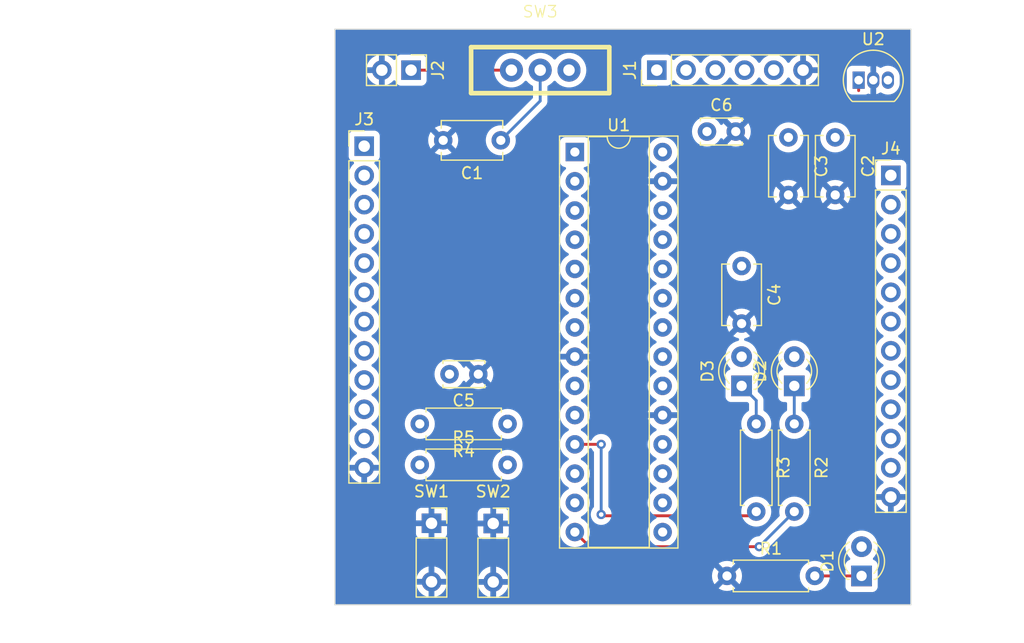
<source format=kicad_pcb>
(kicad_pcb (version 20221018) (generator pcbnew)
  (layers (0 "F.Cu" signal) (31 "B.Cu" signal) (34 "B.Paste" user) (35 "F.Paste" user) (36 "B.SilkS" user "B.Silkscreen") (37 "F.SilkS" user "F.Silkscreen") (38 "B.Mask" user) (39 "F.Mask" user) (44 "Edge.Cuts" user))
  (net 0 "")
  (net 1 "/Vin")
  (net 2 "GND")
  (net 3 "+3.3V")
  (net 4 "Net-(U1-Vcap)")
  (net 5 "Net-(D1-K)")
  (net 6 "Net-(D2-K)")
  (net 7 "Net-(D3-K)")
  (net 9 "/U1TX")
  (net 10 "/U1RX")
  (net 11 "+5V")
  (net 13 "Net-(J2-Pin_1)")
  (net 14 "/A0")
  (net 15 "/A1")
  (net 16 "/B0")
  (net 17 "/B1")
  (net 18 "/B2")
  (net 19 "/A3")
  (net 20 "/GREEN")
  (net 21 "/YELLOW")
  (net 22 "/B6")
  (net 23 "/SCK2-B15")
  (net 24 "/SCK1-B14")
  (net 25 "/B13")
  (net 26 "/B12")
  (net 27 "/B11")
  (net 28 "/B10")
  (net 29 "/SDA1-B9")
  (net 30 "/SCL1-B8")
  (net 31 "/B7")
  (net 32 "/MCLR")
  (net 33 "/A4")
  (footprint "Connector_PinHeader_2.54mm:PinHeader_1x12_P2.54mm_Vertical" (layer "F.Cu") (at 175.26 63.5)
    (fp_text reference "J4" (at 0 -2.33) (layer "F.SilkS"))
    (fp_text value "Conn_01x12_Pin")
    (fp_line (start -1.33 -1.33) (end 0 -1.33) (stroke (width 0.12)) (layer "F.SilkS"))
    (fp_line (start -1.33 0) (end -1.33 -1.33) (stroke (width 0.12)) (layer "F.SilkS"))
    (fp_line (start -1.33 1.27) (end -1.33 29.27) (stroke (width 0.12)) (layer "F.SilkS"))
    (fp_line (start -1.33 1.27) (end 1.33 1.27) (stroke (width 0.12)) (layer "F.SilkS"))
    (fp_line (start -1.33 29.27) (end 1.33 29.27) (stroke (width 0.12)) (layer "F.SilkS"))
    (fp_line (start 1.33 1.27) (end 1.33 29.27) (stroke (width 0.12)) (layer "F.SilkS"))
    (pad "1" thru_hole rect (at 0 0) (size 1.7 1.7) (drill 1) (layers "*.Cu" "*.Mask") (net 23 "/SCK2-B15"))
    (pad "2" thru_hole oval (at 0 2.54) (size 1.7 1.7) (drill 1) (layers "*.Cu" "*.Mask") (net 24 "/SCK1-B14"))
    (pad "3" thru_hole oval (at 0 5.08) (size 1.7 1.7) (drill 1) (layers "*.Cu" "*.Mask") (net 25 "/B13"))
    (pad "4" thru_hole oval (at 0 7.62) (size 1.7 1.7) (drill 1) (layers "*.Cu" "*.Mask") (net 26 "/B12"))
    (pad "5" thru_hole oval (at 0 10.16) (size 1.7 1.7) (drill 1) (layers "*.Cu" "*.Mask") (net 27 "/B11"))
    (pad "6" thru_hole oval (at 0 12.7) (size 1.7 1.7) (drill 1) (layers "*.Cu" "*.Mask") (net 28 "/B10"))
    (pad "7" thru_hole oval (at 0 15.24) (size 1.7 1.7) (drill 1) (layers "*.Cu" "*.Mask") (net 29 "/SDA1-B9"))
    (pad "8" thru_hole oval (at 0 17.78) (size 1.7 1.7) (drill 1) (layers "*.Cu" "*.Mask") (net 30 "/SCL1-B8"))
    (pad "9" thru_hole oval (at 0 20.32) (size 1.7 1.7) (drill 1) (layers "*.Cu" "*.Mask") (net 31 "/B7"))
    (pad "10" thru_hole oval (at 0 22.86) (size 1.7 1.7) (drill 1) (layers "*.Cu" "*.Mask") (net 1 "/Vin"))
    (pad "11" thru_hole oval (at 0 25.4) (size 1.7 1.7) (drill 1) (layers "*.Cu" "*.Mask") (net 3 "+3.3V"))
    (pad "12" thru_hole oval (at 0 27.94) (size 1.7 1.7) (drill 1) (layers "*.Cu" "*.Mask") (net 2 "GND"))
  )
  (footprint "Capacitor_THT:C_Disc_D5.1mm_W3.2mm_P5.00mm" (layer "F.Cu") (at 162.306 71.374 -90)
    (fp_text reference "C4" (at 2.5 -2.85 90) (layer "F.SilkS"))
    (fp_text value "1uF")
    (fp_line (start -0.17 -1.721) (end -0.17 -1.055) (stroke (width 0.12)) (layer "F.SilkS"))
    (fp_line (start -0.17 -1.721) (end 5.17 -1.721) (stroke (width 0.12)) (layer "F.SilkS"))
    (fp_line (start -0.17 1.055) (end -0.17 1.721) (stroke (width 0.12)) (layer "F.SilkS"))
    (fp_line (start -0.17 1.721) (end 5.17 1.721) (stroke (width 0.12)) (layer "F.SilkS"))
    (fp_line (start 5.17 -1.721) (end 5.17 -1.055) (stroke (width 0.12)) (layer "F.SilkS"))
    (fp_line (start 5.17 1.055) (end 5.17 1.721) (stroke (width 0.12)) (layer "F.SilkS"))
    (pad "1" thru_hole circle (at 0 0 270) (size 1.6 1.6) (drill 0.8) (layers "*.Cu" "*.Mask") (net 4 "Net-(U1-Vcap)"))
    (pad "2" thru_hole circle (at 5 0 270) (size 1.6 1.6) (drill 0.8) (layers "*.Cu" "*.Mask") (net 2 "GND"))
  )
  (footprint "LED_THT:LED_D3.0mm" (layer "F.Cu") (at 172.72 98.298 90)
    (fp_text reference "D1" (at 1.27 -2.96 90) (layer "F.SilkS"))
    (fp_text value "RED")
    (fp_line (start -0.29 -1.236) (end -0.29 -1.08) (stroke (width 0.12)) (layer "F.SilkS"))
    (fp_line (start -0.29 1.08) (end -0.29 1.236) (stroke (width 0.12)) (layer "F.SilkS"))
    (fp_arc (start -0.29 -1.235516) (mid 1.366487 -1.987659) (end 2.942335 -1.078608) (stroke (width 0.12)) (layer "F.SilkS"))
    (fp_arc (start 0.229039 -1.08) (mid 1.270117 -1.5) (end 2.31113 -1.079837) (stroke (width 0.12)) (layer "F.SilkS"))
    (fp_arc (start 2.31113 1.079837) (mid 1.270117 1.5) (end 0.229039 1.08) (stroke (width 0.12)) (layer "F.SilkS"))
    (fp_arc (start 2.942335 1.078608) (mid 1.366487 1.987659) (end -0.29 1.235516) (stroke (width 0.12)) (layer "F.SilkS"))
    (pad "1" thru_hole rect (at 0 0 90) (size 1.8 1.8) (drill 0.9) (layers "*.Cu" "*.Mask") (net 5 "Net-(D1-K)"))
    (pad "2" thru_hole circle (at 2.54 0 90) (size 1.8 1.8) (drill 0.9) (layers "*.Cu" "*.Mask") (net 3 "+3.3V"))
  )
  (footprint "LED_THT:LED_D3.0mm" (layer "F.Cu") (at 166.878 81.788 90)
    (fp_text reference "D2" (at 1.27 -2.96 90) (layer "F.SilkS"))
    (fp_text value "YELLOW")
    (fp_line (start -0.29 -1.236) (end -0.29 -1.08) (stroke (width 0.12)) (layer "F.SilkS"))
    (fp_line (start -0.29 1.08) (end -0.29 1.236) (stroke (width 0.12)) (layer "F.SilkS"))
    (fp_arc (start -0.29 -1.235516) (mid 1.366487 -1.987659) (end 2.942335 -1.078608) (stroke (width 0.12)) (layer "F.SilkS"))
    (fp_arc (start 0.229039 -1.08) (mid 1.270117 -1.5) (end 2.31113 -1.079837) (stroke (width 0.12)) (layer "F.SilkS"))
    (fp_arc (start 2.31113 1.079837) (mid 1.270117 1.5) (end 0.229039 1.08) (stroke (width 0.12)) (layer "F.SilkS"))
    (fp_arc (start 2.942335 1.078608) (mid 1.366487 1.987659) (end -0.29 1.235516) (stroke (width 0.12)) (layer "F.SilkS"))
    (pad "1" thru_hole rect (at 0 0 90) (size 1.8 1.8) (drill 0.9) (layers "*.Cu" "*.Mask") (net 6 "Net-(D2-K)"))
    (pad "2" thru_hole circle (at 2.54 0 90) (size 1.8 1.8) (drill 0.9) (layers "*.Cu" "*.Mask") (net 3 "+3.3V"))
  )
  (footprint "Capacitor_THT:C_Disc_D3.4mm_W2.1mm_P2.50mm" (layer "F.Cu") (at 159.298 59.69)
    (fp_text reference "C6" (at 1.25 -2.3) (layer "F.SilkS"))
    (fp_text value "0.1 uF")
    (fp_line (start -0.57 -1.17) (end -0.57 -0.925) (stroke (width 0.12)) (layer "F.SilkS"))
    (fp_line (start -0.57 -1.17) (end 3.07 -1.17) (stroke (width 0.12)) (layer "F.SilkS"))
    (fp_line (start -0.57 0.925) (end -0.57 1.17) (stroke (width 0.12)) (layer "F.SilkS"))
    (fp_line (start -0.57 1.17) (end 3.07 1.17) (stroke (width 0.12)) (layer "F.SilkS"))
    (fp_line (start 3.07 -1.17) (end 3.07 -0.925) (stroke (width 0.12)) (layer "F.SilkS"))
    (fp_line (start 3.07 0.925) (end 3.07 1.17) (stroke (width 0.12)) (layer "F.SilkS"))
    (pad "1" thru_hole circle (at 0 0) (size 1.6 1.6) (drill 0.8) (layers "*.Cu" "*.Mask") (net 3 "+3.3V"))
    (pad "2" thru_hole circle (at 2.5 0) (size 1.6 1.6) (drill 0.8) (layers "*.Cu" "*.Mask") (net 2 "GND"))
  )
  (footprint "Capacitor_THT:C_Disc_D5.1mm_W3.2mm_P5.00mm" (layer "F.Cu") (at 141.398 60.452 180)
    (fp_text reference "C1" (at 2.5 -2.85) (layer "F.SilkS"))
    (fp_text value "1uF")
    (fp_line (start -0.17 -1.721) (end -0.17 -1.055) (stroke (width 0.12)) (layer "F.SilkS"))
    (fp_line (start -0.17 -1.721) (end 5.17 -1.721) (stroke (width 0.12)) (layer "F.SilkS"))
    (fp_line (start -0.17 1.055) (end -0.17 1.721) (stroke (width 0.12)) (layer "F.SilkS"))
    (fp_line (start -0.17 1.721) (end 5.17 1.721) (stroke (width 0.12)) (layer "F.SilkS"))
    (fp_line (start 5.17 -1.721) (end 5.17 -1.055) (stroke (width 0.12)) (layer "F.SilkS"))
    (fp_line (start 5.17 1.055) (end 5.17 1.721) (stroke (width 0.12)) (layer "F.SilkS"))
    (pad "1" thru_hole circle (at 0 0 180) (size 1.6 1.6) (drill 0.8) (layers "*.Cu" "*.Mask") (net 1 "/Vin"))
    (pad "2" thru_hole circle (at 5 0 180) (size 1.6 1.6) (drill 0.8) (layers "*.Cu" "*.Mask") (net 2 "GND"))
  )
  (footprint "Package_TO_SOT_THT:TO-92_Inline" (layer "F.Cu") (at 172.466 55.224)
    (fp_text reference "U2" (at 1.27 -3.56) (layer "F.SilkS"))
    (fp_text value "AP7381-33Y")
    (fp_line (start -0.53 1.85) (end 3.07 1.85) (stroke (width 0.12)) (layer "F.SilkS"))
    (fp_arc (start -0.568478 1.838478) (mid -1.132087 -0.994977) (end 1.27 -2.6) (stroke (width 0.12)) (layer "F.SilkS"))
    (fp_arc (start 1.27 -2.6) (mid 3.672087 -0.994977) (end 3.108478 1.838478) (stroke (width 0.12)) (layer "F.SilkS"))
    (pad "1" thru_hole rect (at 0 0) (size 1.05 1.5) (drill 0.75) (layers "*.Cu" "*.Mask") (net 3 "+3.3V"))
    (pad "2" thru_hole oval (at 1.27 0) (size 1.05 1.5) (drill 0.75) (layers "*.Cu" "*.Mask") (net 2 "GND"))
    (pad "3" thru_hole oval (at 2.54 0) (size 1.05 1.5) (drill 0.75) (layers "*.Cu" "*.Mask") (net 1 "/Vin"))
  )
  (footprint "Package_DIP:DIP-28_W7.62mm_Socket" (layer "F.Cu") (at 147.828 61.468)
    (fp_text reference "U1" (at 3.81 -2.33) (layer "F.SilkS"))
    (fp_text value "PIC32MX170F256B")
    (fp_line (start -1.33 -1.39) (end -1.33 34.41) (stroke (width 0.12)) (layer "F.SilkS"))
    (fp_line (start -1.33 34.41) (end 8.95 34.41) (stroke (width 0.12)) (layer "F.SilkS"))
    (fp_line (start 1.16 -1.33) (end 1.16 34.35) (stroke (width 0.12)) (layer "F.SilkS"))
    (fp_line (start 1.16 34.35) (end 6.46 34.35) (stroke (width 0.12)) (layer "F.SilkS"))
    (fp_line (start 2.81 -1.33) (end 1.16 -1.33) (stroke (width 0.12)) (layer "F.SilkS"))
    (fp_line (start 6.46 -1.33) (end 4.81 -1.33) (stroke (width 0.12)) (layer "F.SilkS"))
    (fp_line (start 6.46 34.35) (end 6.46 -1.33) (stroke (width 0.12)) (layer "F.SilkS"))
    (fp_line (start 8.95 -1.39) (end -1.33 -1.39) (stroke (width 0.12)) (layer "F.SilkS"))
    (fp_line (start 8.95 34.41) (end 8.95 -1.39) (stroke (width 0.12)) (layer "F.SilkS"))
    (fp_arc (start 4.81 -1.33) (mid 3.81 -0.33) (end 2.81 -1.33) (stroke (width 0.12)) (layer "F.SilkS"))
    (pad "1" thru_hole rect (at 0 0) (size 1.6 1.6) (drill 0.8) (layers "*.Cu" "*.Mask") (net 32 "/MCLR"))
    (pad "2" thru_hole oval (at 0 2.54) (size 1.6 1.6) (drill 0.8) (layers "*.Cu" "*.Mask") (net 14 "/A0"))
    (pad "3" thru_hole oval (at 0 5.08) (size 1.6 1.6) (drill 0.8) (layers "*.Cu" "*.Mask") (net 15 "/A1"))
    (pad "4" thru_hole oval (at 0 7.62) (size 1.6 1.6) (drill 0.8) (layers "*.Cu" "*.Mask") (net 16 "/B0"))
    (pad "5" thru_hole oval (at 0 10.16) (size 1.6 1.6) (drill 0.8) (layers "*.Cu" "*.Mask") (net 17 "/B1"))
    (pad "6" thru_hole oval (at 0 12.7) (size 1.6 1.6) (drill 0.8) (layers "*.Cu" "*.Mask") (net 18 "/B2"))
    (pad "7" thru_hole oval (at 0 15.24) (size 1.6 1.6) (drill 0.8) (layers "*.Cu" "*.Mask") (net 10 "/U1RX"))
    (pad "8" thru_hole oval (at 0 17.78) (size 1.6 1.6) (drill 0.8) (layers "*.Cu" "*.Mask") (net 2 "GND"))
    (pad "9" thru_hole oval (at 0 20.32) (size 1.6 1.6) (drill 0.8) (layers "*.Cu" "*.Mask") (net 9 "/U1TX"))
    (pad "10" thru_hole oval (at 0 22.86) (size 1.6 1.6) (drill 0.8) (layers "*.Cu" "*.Mask") (net 19 "/A3"))
    (pad "11" thru_hole oval (at 0 25.4) (size 1.6 1.6) (drill 0.8) (layers "*.Cu" "*.Mask") (net 20 "/GREEN"))
    (pad "12" thru_hole oval (at 0 27.94) (size 1.6 1.6) (drill 0.8) (layers "*.Cu" "*.Mask") (net 33 "/A4"))
    (pad "13" thru_hole oval (at 0 30.48) (size 1.6 1.6) (drill 0.8) (layers "*.Cu" "*.Mask") (net 3 "+3.3V"))
    (pad "14" thru_hole oval (at 0 33.02) (size 1.6 1.6) (drill 0.8) (layers "*.Cu" "*.Mask") (net 21 "/YELLOW"))
    (pad "15" thru_hole oval (at 7.62 33.02) (size 1.6 1.6) (drill 0.8) (layers "*.Cu" "*.Mask") (net 22 "/B6"))
    (pad "16" thru_hole oval (at 7.62 30.48) (size 1.6 1.6) (drill 0.8) (layers "*.Cu" "*.Mask") (net 31 "/B7"))
    (pad "17" thru_hole oval (at 7.62 27.94) (size 1.6 1.6) (drill 0.8) (layers "*.Cu" "*.Mask") (net 30 "/SCL1-B8"))
    (pad "18" thru_hole oval (at 7.62 25.4) (size 1.6 1.6) (drill 0.8) (layers "*.Cu" "*.Mask") (net 29 "/SDA1-B9"))
    (pad "19" thru_hole oval (at 7.62 22.86) (size 1.6 1.6) (drill 0.8) (layers "*.Cu" "*.Mask") (net 2 "GND"))
    (pad "20" thru_hole oval (at 7.62 20.32) (size 1.6 1.6) (drill 0.8) (layers "*.Cu" "*.Mask") (net 4 "Net-(U1-Vcap)"))
    (pad "21" thru_hole oval (at 7.62 17.78) (size 1.6 1.6) (drill 0.8) (layers "*.Cu" "*.Mask") (net 28 "/B10"))
    (pad "22" thru_hole oval (at 7.62 15.24) (size 1.6 1.6) (drill 0.8) (layers "*.Cu" "*.Mask") (net 27 "/B11"))
    (pad "23" thru_hole oval (at 7.62 12.7) (size 1.6 1.6) (drill 0.8) (layers "*.Cu" "*.Mask") (net 26 "/B12"))
    (pad "24" thru_hole oval (at 7.62 10.16) (size 1.6 1.6) (drill 0.8) (layers "*.Cu" "*.Mask") (net 25 "/B13"))
    (pad "25" thru_hole oval (at 7.62 7.62) (size 1.6 1.6) (drill 0.8) (layers "*.Cu" "*.Mask") (net 24 "/SCK1-B14"))
    (pad "26" thru_hole oval (at 7.62 5.08) (size 1.6 1.6) (drill 0.8) (layers "*.Cu" "*.Mask") (net 23 "/SCK2-B15"))
    (pad "27" thru_hole oval (at 7.62 2.54) (size 1.6 1.6) (drill 0.8) (layers "*.Cu" "*.Mask") (net 2 "GND"))
    (pad "28" thru_hole oval (at 7.62 0) (size 1.6 1.6) (drill 0.8) (layers "*.Cu" "*.Mask") (net 3 "+3.3V"))
  )
  (footprint "Connector_PinHeader_2.54mm:PinHeader_1x12_P2.54mm_Vertical" (layer "F.Cu") (at 129.54 60.96)
    (fp_text reference "J3" (at 0 -2.33) (layer "F.SilkS"))
    (fp_text value "Conn_01x12_Pin")
    (fp_line (start -1.33 -1.33) (end 0 -1.33) (stroke (width 0.12)) (layer "F.SilkS"))
    (fp_line (start -1.33 0) (end -1.33 -1.33) (stroke (width 0.12)) (layer "F.SilkS"))
    (fp_line (start -1.33 1.27) (end -1.33 29.27) (stroke (width 0.12)) (layer "F.SilkS"))
    (fp_line (start -1.33 1.27) (end 1.33 1.27) (stroke (width 0.12)) (layer "F.SilkS"))
    (fp_line (start -1.33 29.27) (end 1.33 29.27) (stroke (width 0.12)) (layer "F.SilkS"))
    (fp_line (start 1.33 1.27) (end 1.33 29.27) (stroke (width 0.12)) (layer "F.SilkS"))
    (pad "1" thru_hole rect (at 0 0) (size 1.7 1.7) (drill 1) (layers "*.Cu" "*.Mask") (net 14 "/A0"))
    (pad "2" thru_hole oval (at 0 2.54) (size 1.7 1.7) (drill 1) (layers "*.Cu" "*.Mask") (net 15 "/A1"))
    (pad "3" thru_hole oval (at 0 5.08) (size 1.7 1.7) (drill 1) (layers "*.Cu" "*.Mask") (net 16 "/B0"))
    (pad "4" thru_hole oval (at 0 7.62) (size 1.7 1.7) (drill 1) (layers "*.Cu" "*.Mask") (net 17 "/B1"))
    (pad "5" thru_hole oval (at 0 10.16) (size 1.7 1.7) (drill 1) (layers "*.Cu" "*.Mask") (net 18 "/B2"))
    (pad "6" thru_hole oval (at 0 12.7) (size 1.7 1.7) (drill 1) (layers "*.Cu" "*.Mask") (net 19 "/A3"))
    (pad "7" thru_hole oval (at 0 15.24) (size 1.7 1.7) (drill 1) (layers "*.Cu" "*.Mask") (net 20 "/GREEN"))
    (pad "8" thru_hole oval (at 0 17.78) (size 1.7 1.7) (drill 1) (layers "*.Cu" "*.Mask") (net 21 "/YELLOW"))
    (pad "9" thru_hole oval (at 0 20.32) (size 1.7 1.7) (drill 1) (layers "*.Cu" "*.Mask") (net 22 "/B6"))
    (pad "10" thru_hole oval (at 0 22.86) (size 1.7 1.7) (drill 1) (layers "*.Cu" "*.Mask") (net 1 "/Vin"))
    (pad "11" thru_hole oval (at 0 25.4) (size 1.7 1.7) (drill 1) (layers "*.Cu" "*.Mask") (net 3 "+3.3V"))
    (pad "12" thru_hole oval (at 0 27.94) (size 1.7 1.7) (drill 1) (layers "*.Cu" "*.Mask") (net 2 "GND"))
  )
  (footprint "HW4:pushbutton" (layer "F.Cu") (at 135.382 93.726)
    (fp_text reference "SW1" (at 0 -2.77) (layer "F.SilkS"))
    (fp_text value "RESET")
    (fp_line (start -1.33 1.27) (end -1.33 6.41) (stroke (width 0.12)) (layer "F.SilkS"))
    (fp_line (start -1.33 1.27) (end 1.33 1.27) (stroke (width 0.12)) (layer "F.SilkS"))
    (fp_line (start -1.33 6.41) (end 1.33 6.41) (stroke (width 0.12)) (layer "F.SilkS"))
    (fp_line (start 0 -1.33) (end 1.33 -1.33) (stroke (width 0.12)) (layer "F.SilkS"))
    (fp_line (start 1.33 -1.33) (end 1.33 0) (stroke (width 0.12)) (layer "F.SilkS"))
    (fp_line (start 1.33 1.27) (end 1.33 6.41) (stroke (width 0.12)) (layer "F.SilkS"))
    (pad "1" thru_hole rect (at 0 0) (size 1.7 1.7) (drill 1) (layers "*.Cu" "*.Mask") (net 2 "GND"))
    (pad "2" thru_hole oval (at 0 5.08) (size 1.7 1.7) (drill 1) (layers "*.Cu" "*.Mask") (net 2 "GND"))
  )
  (footprint "Connector_PinHeader_2.54mm:PinHeader_1x06_P2.54mm_Vertical" (layer "F.Cu") (at 154.94 54.356 90)
    (fp_text reference "J1" (at 0 -2.33 90) (layer "F.SilkS"))
    (fp_text value "CP2102N")
    (fp_line (start -1.33 -1.33) (end 0 -1.33) (stroke (width 0.12)) (layer "F.SilkS"))
    (fp_line (start -1.33 0) (end -1.33 -1.33) (stroke (width 0.12)) (layer "F.SilkS"))
    (fp_line (start -1.33 1.27) (end -1.33 14.03) (stroke (width 0.12)) (layer "F.SilkS"))
    (fp_line (start -1.33 1.27) (end 1.33 1.27) (stroke (width 0.12)) (layer "F.SilkS"))
    (fp_line (start -1.33 14.03) (end 1.33 14.03) (stroke (width 0.12)) (layer "F.SilkS"))
    (fp_line (start 1.33 1.27) (end 1.33 14.03) (stroke (width 0.12)) (layer "F.SilkS"))
    (pad "1" thru_hole rect (at 0 0 90) (size 1.7 1.7) (drill 1) (layers "*.Cu" "*.Mask"))
    (pad "2" thru_hole oval (at 0 2.54 90) (size 1.7 1.7) (drill 1) (layers "*.Cu" "*.Mask") (net 9 "/U1TX"))
    (pad "3" thru_hole oval (at 0 5.08 90) (size 1.7 1.7) (drill 1) (layers "*.Cu" "*.Mask") (net 10 "/U1RX"))
    (pad "4" thru_hole oval (at 0 7.62 90) (size 1.7 1.7) (drill 1) (layers "*.Cu" "*.Mask") (net 11 "+5V"))
    (pad "5" thru_hole oval (at 0 10.16 90) (size 1.7 1.7) (drill 1) (layers "*.Cu" "*.Mask"))
    (pad "6" thru_hole oval (at 0 12.7 90) (size 1.7 1.7) (drill 1) (layers "*.Cu" "*.Mask") (net 2 "GND"))
  )
  (footprint "Resistor_THT:R_Axial_DIN0207_L6.3mm_D2.5mm_P7.62mm_Horizontal" (layer "F.Cu") (at 134.366 88.646)
    (fp_text reference "R5" (at 3.81 -2.37) (layer "F.SilkS"))
    (fp_text value "10k")
    (fp_line (start 0.54 -1.37) (end 7.08 -1.37) (stroke (width 0.12)) (layer "F.SilkS"))
    (fp_line (start 0.54 -1.04) (end 0.54 -1.37) (stroke (width 0.12)) (layer "F.SilkS"))
    (fp_line (start 0.54 1.04) (end 0.54 1.37) (stroke (width 0.12)) (layer "F.SilkS"))
    (fp_line (start 0.54 1.37) (end 7.08 1.37) (stroke (width 0.12)) (layer "F.SilkS"))
    (fp_line (start 7.08 -1.37) (end 7.08 -1.04) (stroke (width 0.12)) (layer "F.SilkS"))
    (fp_line (start 7.08 1.37) (end 7.08 1.04) (stroke (width 0.12)) (layer "F.SilkS"))
    (pad "1" thru_hole circle (at 0 0) (size 1.6 1.6) (drill 0.8) (layers "*.Cu" "*.Mask") (net 33 "/A4"))
    (pad "2" thru_hole oval (at 7.62 0) (size 1.6 1.6) (drill 0.8) (layers "*.Cu" "*.Mask") (net 3 "+3.3V"))
  )
  (footprint "Resistor_THT:R_Axial_DIN0207_L6.3mm_D2.5mm_P7.62mm_Horizontal" (layer "F.Cu") (at 161.036 98.298)
    (fp_text reference "R1" (at 3.81 -2.37) (layer "F.SilkS"))
    (fp_text value "330")
    (fp_line (start 0.54 -1.37) (end 7.08 -1.37) (stroke (width 0.12)) (layer "F.SilkS"))
    (fp_line (start 0.54 -1.04) (end 0.54 -1.37) (stroke (width 0.12)) (layer "F.SilkS"))
    (fp_line (start 0.54 1.04) (end 0.54 1.37) (stroke (width 0.12)) (layer "F.SilkS"))
    (fp_line (start 0.54 1.37) (end 7.08 1.37) (stroke (width 0.12)) (layer "F.SilkS"))
    (fp_line (start 7.08 -1.37) (end 7.08 -1.04) (stroke (width 0.12)) (layer "F.SilkS"))
    (fp_line (start 7.08 1.37) (end 7.08 1.04) (stroke (width 0.12)) (layer "F.SilkS"))
    (pad "1" thru_hole circle (at 0 0) (size 1.6 1.6) (drill 0.8) (layers "*.Cu" "*.Mask") (net 2 "GND"))
    (pad "2" thru_hole oval (at 7.62 0) (size 1.6 1.6) (drill 0.8) (layers "*.Cu" "*.Mask") (net 5 "Net-(D1-K)"))
  )
  (footprint "Resistor_THT:R_Axial_DIN0207_L6.3mm_D2.5mm_P7.62mm_Horizontal" (layer "F.Cu") (at 163.576 85.09 -90)
    (fp_text reference "R3" (at 3.81 -2.37 90) (layer "F.SilkS"))
    (fp_text value "330")
    (fp_line (start 0.54 -1.37) (end 7.08 -1.37) (stroke (width 0.12)) (layer "F.SilkS"))
    (fp_line (start 0.54 -1.04) (end 0.54 -1.37) (stroke (width 0.12)) (layer "F.SilkS"))
    (fp_line (start 0.54 1.04) (end 0.54 1.37) (stroke (width 0.12)) (layer "F.SilkS"))
    (fp_line (start 0.54 1.37) (end 7.08 1.37) (stroke (width 0.12)) (layer "F.SilkS"))
    (fp_line (start 7.08 -1.37) (end 7.08 -1.04) (stroke (width 0.12)) (layer "F.SilkS"))
    (fp_line (start 7.08 1.37) (end 7.08 1.04) (stroke (width 0.12)) (layer "F.SilkS"))
    (pad "1" thru_hole circle (at 0 0 270) (size 1.6 1.6) (drill 0.8) (layers "*.Cu" "*.Mask") (net 7 "Net-(D3-K)"))
    (pad "2" thru_hole oval (at 7.62 0 270) (size 1.6 1.6) (drill 0.8) (layers "*.Cu" "*.Mask") (net 20 "/GREEN"))
  )
  (footprint "Capacitor_THT:C_Disc_D5.1mm_W3.2mm_P5.00mm" (layer "F.Cu") (at 166.37 60.198 -90)
    (fp_text reference "C3" (at 2.5 -2.85 -270) (layer "F.SilkS"))
    (fp_text value "1uF")
    (fp_line (start -0.17 -1.721) (end -0.17 -1.055) (stroke (width 0.12)) (layer "F.SilkS"))
    (fp_line (start -0.17 -1.721) (end 5.17 -1.721) (stroke (width 0.12)) (layer "F.SilkS"))
    (fp_line (start -0.17 1.055) (end -0.17 1.721) (stroke (width 0.12)) (layer "F.SilkS"))
    (fp_line (start -0.17 1.721) (end 5.17 1.721) (stroke (width 0.12)) (layer "F.SilkS"))
    (fp_line (start 5.17 -1.721) (end 5.17 -1.055) (stroke (width 0.12)) (layer "F.SilkS"))
    (fp_line (start 5.17 1.055) (end 5.17 1.721) (stroke (width 0.12)) (layer "F.SilkS"))
    (pad "1" thru_hole circle (at 0 0 270) (size 1.6 1.6) (drill 0.8) (layers "*.Cu" "*.Mask") (net 3 "+3.3V"))
    (pad "2" thru_hole circle (at 5 0 270) (size 1.6 1.6) (drill 0.8) (layers "*.Cu" "*.Mask") (net 2 "GND"))
  )
  (footprint "Connector_PinHeader_2.54mm:PinHeader_1x02_P2.54mm_Vertical" (layer "F.Cu") (at 133.609 54.356 -90)
    (fp_text reference "J2" (at 0 -2.33 90) (layer "F.SilkS"))
    (fp_text value "Battery")
    (fp_line (start -1.33 -1.33) (end 0 -1.33) (stroke (width 0.12)) (layer "F.SilkS"))
    (fp_line (start -1.33 0) (end -1.33 -1.33) (stroke (width 0.12)) (layer "F.SilkS"))
    (fp_line (start -1.33 1.27) (end -1.33 3.87) (stroke (width 0.12)) (layer "F.SilkS"))
    (fp_line (start -1.33 1.27) (end 1.33 1.27) (stroke (width 0.12)) (layer "F.SilkS"))
    (fp_line (start -1.33 3.87) (end 1.33 3.87) (stroke (width 0.12)) (layer "F.SilkS"))
    (fp_line (start 1.33 1.27) (end 1.33 3.87) (stroke (width 0.12)) (layer "F.SilkS"))
    (pad "1" thru_hole rect (at 0 0 270) (size 1.7 1.7) (drill 1) (layers "*.Cu" "*.Mask") (net 13 "Net-(J2-Pin_1)"))
    (pad "2" thru_hole oval (at 0 2.54 270) (size 1.7 1.7) (drill 1) (layers "*.Cu" "*.Mask") (net 2 "GND"))
  )
  (footprint "Resistor_THT:R_Axial_DIN0207_L6.3mm_D2.5mm_P7.62mm_Horizontal" (layer "F.Cu") (at 141.986 85.09 180)
    (fp_text reference "R4" (at 3.81 -2.37) (layer "F.SilkS"))
    (fp_text value "10k")
    (fp_line (start 0.54 -1.37) (end 7.08 -1.37) (stroke (width 0.12)) (layer "F.SilkS"))
    (fp_line (start 0.54 -1.04) (end 0.54 -1.37) (stroke (width 0.12)) (layer "F.SilkS"))
    (fp_line (start 0.54 1.04) (end 0.54 1.37) (stroke (width 0.12)) (layer "F.SilkS"))
    (fp_line (start 0.54 1.37) (end 7.08 1.37) (stroke (width 0.12)) (layer "F.SilkS"))
    (fp_line (start 7.08 -1.37) (end 7.08 -1.04) (stroke (width 0.12)) (layer "F.SilkS"))
    (fp_line (start 7.08 1.37) (end 7.08 1.04) (stroke (width 0.12)) (layer "F.SilkS"))
    (pad "1" thru_hole circle (at 0 0 180) (size 1.6 1.6) (drill 0.8) (layers "*.Cu" "*.Mask") (net 32 "/MCLR"))
    (pad "2" thru_hole oval (at 7.62 0 180) (size 1.6 1.6) (drill 0.8) (layers "*.Cu" "*.Mask") (net 3 "+3.3V"))
  )
  (footprint "Capacitor_THT:C_Disc_D3.4mm_W2.1mm_P2.50mm" (layer "F.Cu") (at 139.446 80.772 180)
    (fp_text reference "C5" (at 1.27 -2.286) (layer "F.SilkS"))
    (fp_text value "0.1uF")
    (fp_line (start -0.57 -1.17) (end -0.57 -0.925) (stroke (width 0.12)) (layer "F.SilkS"))
    (fp_line (start -0.57 -1.17) (end 3.07 -1.17) (stroke (width 0.12)) (layer "F.SilkS"))
    (fp_line (start -0.57 0.925) (end -0.57 1.17) (stroke (width 0.12)) (layer "F.SilkS"))
    (fp_line (start -0.57 1.17) (end 3.07 1.17) (stroke (width 0.12)) (layer "F.SilkS"))
    (fp_line (start 3.07 -1.17) (end 3.07 -0.925) (stroke (width 0.12)) (layer "F.SilkS"))
    (fp_line (start 3.07 0.925) (end 3.07 1.17) (stroke (width 0.12)) (layer "F.SilkS"))
    (pad "1" thru_hole circle (at 0 0 180) (size 1.6 1.6) (drill 0.8) (layers "*.Cu" "*.Mask") (net 2 "GND"))
    (pad "2" thru_hole circle (at 2.5 0 180) (size 1.6 1.6) (drill 0.8) (layers "*.Cu" "*.Mask") (net 3 "+3.3V"))
  )
  (footprint "Capacitor_THT:C_Disc_D5.1mm_W3.2mm_P5.00mm" (layer "F.Cu") (at 170.434 60.198 -90)
    (fp_text reference "C2" (at 2.5 -2.85 -270) (layer "F.SilkS"))
    (fp_text value "1uF")
    (fp_line (start -0.17 -1.721) (end -0.17 -1.055) (stroke (width 0.12)) (layer "F.SilkS"))
    (fp_line (start -0.17 -1.721) (end 5.17 -1.721) (stroke (width 0.12)) (layer "F.SilkS"))
    (fp_line (start -0.17 1.055) (end -0.17 1.721) (stroke (width 0.12)) (layer "F.SilkS"))
    (fp_line (start -0.17 1.721) (end 5.17 1.721) (stroke (width 0.12)) (layer "F.SilkS"))
    (fp_line (start 5.17 -1.721) (end 5.17 -1.055) (stroke (width 0.12)) (layer "F.SilkS"))
    (fp_line (start 5.17 1.055) (end 5.17 1.721) (stroke (width 0.12)) (layer "F.SilkS"))
    (pad "1" thru_hole circle (at 0 0 270) (size 1.6 1.6) (drill 0.8) (layers "*.Cu" "*.Mask") (net 3 "+3.3V"))
    (pad "2" thru_hole circle (at 5 0 270) (size 1.6 1.6) (drill 0.8) (layers "*.Cu" "*.Mask") (net 2 "GND"))
  )
  (footprint "HW4:Slideswitch" (layer "F.Cu") (at 144.82 54.356)
    (fp_text reference "SW3" (at 0 -5.08 unlocked) (layer "F.SilkS") (effects (font (thickness 0.1))))
    (fp_text value "SW_DPDT_x2")
    (fp_line (start -6 -2) (end -6 2) (stroke (width 0.4)) (layer "F.SilkS"))
    (fp_line (start -6 2) (end 6 2) (stroke (width 0.4)) (layer "F.SilkS"))
    (fp_line (start 6 -2) (end -6 -2) (stroke (width 0.4)) (layer "F.SilkS"))
    (fp_line (start 6 2) (end 6 -2) (stroke (width 0.4)) (layer "F.SilkS"))
    (pad "1" thru_hole circle (at -2.5 0) (size 2 2) (drill 1) (layers "*.Cu" "*.Mask") (net 13 "Net-(J2-Pin_1)"))
    (pad "2" thru_hole circle (at 0 0) (size 2 2) (drill 1) (layers "*.Cu" "*.Mask") (net 1 "/Vin"))
    (pad "3" thru_hole circle (at 2.5 0) (size 2 2) (drill 1) (layers "*.Cu" "*.Mask") (net 11 "+5V"))
  )
  (footprint "Resistor_THT:R_Axial_DIN0207_L6.3mm_D2.5mm_P7.62mm_Horizontal" (layer "F.Cu") (at 166.878 85.09 -90)
    (fp_text reference "R2" (at 3.81 -2.37 90) (layer "F.SilkS"))
    (fp_text value "330")
    (fp_line (start 0.54 -1.37) (end 7.08 -1.37) (stroke (width 0.12)) (layer "F.SilkS"))
    (fp_line (start 0.54 -1.04) (end 0.54 -1.37) (stroke (width 0.12)) (layer "F.SilkS"))
    (fp_line (start 0.54 1.04) (end 0.54 1.37) (stroke (width 0.12)) (layer "F.SilkS"))
    (fp_line (start 0.54 1.37) (end 7.08 1.37) (stroke (width 0.12)) (layer "F.SilkS"))
    (fp_line (start 7.08 -1.37) (end 7.08 -1.04) (stroke (width 0.12)) (layer "F.SilkS"))
    (fp_line (start 7.08 1.37) (end 7.08 1.04) (stroke (width 0.12)) (layer "F.SilkS"))
    (pad "1" thru_hole circle (at 0 0 270) (size 1.6 1.6) (drill 0.8) (layers "*.Cu" "*.Mask") (net 6 "Net-(D2-K)"))
    (pad "2" thru_hole oval (at 7.62 0 270) (size 1.6 1.6) (drill 0.8) (layers "*.Cu" "*.Mask") (net 21 "/YELLOW"))
  )
  (footprint "HW4:pushbutton" (layer "F.Cu") (at 140.741 93.741)
    (fp_text reference "SW2" (at 0 -2.77) (layer "F.SilkS"))
    (fp_text value "USER")
    (fp_line (start -1.33 1.27) (end -1.33 6.41) (stroke (width 0.12)) (layer "F.SilkS"))
    (fp_line (start -1.33 1.27) (end 1.33 1.27) (stroke (width 0.12)) (layer "F.SilkS"))
    (fp_line (start -1.33 6.41) (end 1.33 6.41) (stroke (width 0.12)) (layer "F.SilkS"))
    (fp_line (start 0 -1.33) (end 1.33 -1.33) (stroke (width 0.12)) (layer "F.SilkS"))
    (fp_line (start 1.33 -1.33) (end 1.33 0) (stroke (width 0.12)) (layer "F.SilkS"))
    (fp_line (start 1.33 1.27) (end 1.33 6.41) (stroke (width 0.12)) (layer "F.SilkS"))
    (pad "1" thru_hole rect (at 0 0) (size 1.7 1.7) (drill 1) (layers "*.Cu" "*.Mask") (net 2 "GND"))
    (pad "2" thru_hole oval (at 0 5.08) (size 1.7 1.7) (drill 1) (layers "*.Cu" "*.Mask") (net 2 "GND"))
  )
  (footprint "LED_THT:LED_D3.0mm" (layer "F.Cu") (at 162.306 81.788 90)
    (fp_text reference "D3" (at 1.27 -2.96 90) (layer "F.SilkS"))
    (fp_text value "GREEN")
    (fp_line (start -0.29 -1.236) (end -0.29 -1.08) (stroke (width 0.12)) (layer "F.SilkS"))
    (fp_line (start -0.29 1.08) (end -0.29 1.236) (stroke (width 0.12)) (layer "F.SilkS"))
    (fp_arc (start -0.29 -1.235516) (mid 1.366487 -1.987659) (end 2.942335 -1.078608) (stroke (width 0.12)) (layer "F.SilkS"))
    (fp_arc (start 0.229039 -1.08) (mid 1.270117 -1.5) (end 2.31113 -1.079837) (stroke (width 0.12)) (layer "F.SilkS"))
    (fp_arc (start 2.31113 1.079837) (mid 1.270117 1.5) (end 0.229039 1.08) (stroke (width 0.12)) (layer "F.SilkS"))
    (fp_arc (start 2.942335 1.078608) (mid 1.366487 1.987659) (end -0.29 1.235516) (stroke (width 0.12)) (layer "F.SilkS"))
    (pad "1" thru_hole rect (at 0 0 90) (size 1.8 1.8) (drill 0.9) (layers "*.Cu" "*.Mask") (net 7 "Net-(D3-K)"))
    (pad "2" thru_hole circle (at 2.54 0 90) (size 1.8 1.8) (drill 0.9) (layers "*.Cu" "*.Mask") (net 3 "+3.3V"))
  )
  (gr_line (start 127 50.8) (end 177 50.8) (stroke (width 0.1)) (layer "Edge.Cuts"))
  (gr_line (start 177 50.8) (end 177 100.8) (stroke (width 0.1)) (layer "Edge.Cuts"))
  (gr_line (start 177 100.8) (end 127 100.8) (stroke (width 0.1)) (layer "Edge.Cuts"))
  (gr_line (start 127 100.8) (end 127 50.8) (stroke (width 0.1)) (layer "Edge.Cuts"))
  (segment (start 144.82 54.356) (end 144.82 57.03) (width 0.25) (layer "B.Cu") (net 1))
  (segment (start 144.82 57.03) (end 141.398 60.452) (width 0.25) (layer "B.Cu") (net 1))
  (segment (start 172.466 55.224) (end 172.466 56.134) (width 0.25) (layer "F.Cu") (net 3))
  (segment (start 168.656 98.298) (end 172.72 98.298) (width 0.25) (layer "F.Cu") (net 5))
  (segment (start 166.878 85.09) (end 166.878 81.788) (width 0.25) (layer "B.Cu") (net 6))
  (segment (start 163.576 83.058) (end 162.306 81.788) (width 0.25) (layer "B.Cu") (net 7))
  (segment (start 163.576 85.09) (end 163.576 83.058) (width 0.25) (layer "B.Cu") (net 7))
  (segment (start 133.609 54.356) (end 142.32 54.356) (width 0.25) (layer "F.Cu") (net 13))
  (segment (start 163.576 92.71) (end 163.213 93.073) (width 0.25) (layer "F.Cu") (net 20))
  (segment (start 150.114 86.868) (end 147.828 86.868) (width 0.25) (layer "F.Cu") (net 20))
  (segment (start 150.223 93.073) (end 150.114 92.964) (width 0.25) (layer "F.Cu") (net 20))
  (segment (start 163.213 93.073) (end 150.223 93.073) (width 0.25) (layer "F.Cu") (net 20))
  (via (at 150.114 86.868) (size 0.8) (drill 0.4) (layers "F.Cu" "B.Cu") (net 20))
  (via (at 150.114 92.964) (size 0.8) (drill 0.4) (layers "F.Cu" "B.Cu") (net 20))
  (segment (start 150.114 92.964) (end 150.114 86.868) (width 0.25) (layer "B.Cu") (net 20))
  (segment (start 149.098 95.758) (end 147.828 94.488) (width 0.25) (layer "F.Cu") (net 21))
  (segment (start 163.83 95.758) (end 149.098 95.758) (width 0.25) (layer "F.Cu") (net 21))
  (via (at 163.83 95.758) (size 0.8) (drill 0.4) (layers "F.Cu" "B.Cu") (net 21))
  (segment (start 166.878 92.71) (end 163.83 95.758) (width 0.25) (layer "B.Cu") (net 21))
  (zone (net 2) (net_name "GND") (layer "B.Cu") (connect_pads (clearance 0.5)) (min_thickness 0.25) (fill yes (thermal_gap 0.5) (thermal_bridge_width 0.5))
    (polygon (pts (xy 124.46 104.14) (xy 124.46 48.26) (xy 180.34 48.26) (xy 180.34 104.14)))
  )
)
</source>
